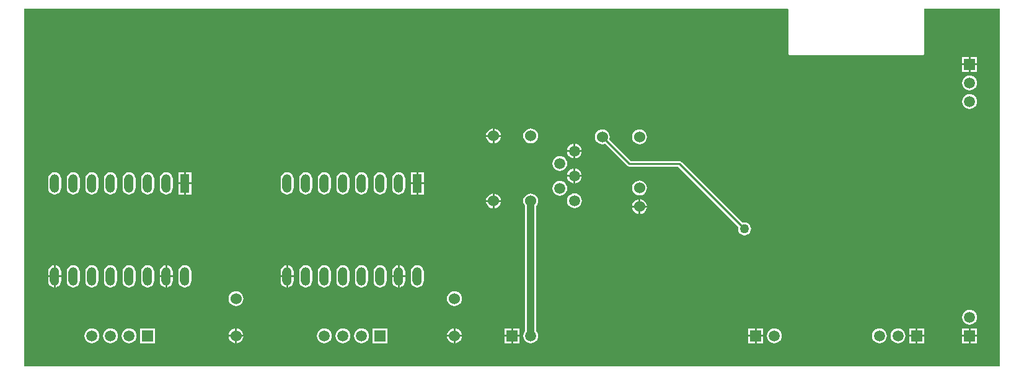
<source format=gbl>
G04 Layer_Physical_Order=2*
G04 Layer_Color=16711680*
%FSLAX25Y25*%
%MOIN*%
G70*
G01*
G75*
%ADD19C,0.01000*%
%ADD20C,0.03937*%
%ADD21R,0.05906X0.05906*%
%ADD22C,0.05906*%
%ADD23O,0.05000X0.10000*%
%ADD24R,0.05000X0.10000*%
%ADD25C,0.06000*%
%ADD26R,0.05906X0.05906*%
%ADD27C,0.05000*%
G36*
X698780Y101220D02*
X174220D01*
Y293280D01*
X584758D01*
X584988Y293000D01*
Y269499D01*
X585066Y269109D01*
X585287Y268778D01*
X585618Y268558D01*
X586008Y268480D01*
X657008D01*
X657398Y268558D01*
X657729Y268778D01*
X657950Y269109D01*
X658028Y269499D01*
Y293000D01*
X658257Y293280D01*
X698780D01*
Y101220D01*
D02*
G37*
%LPC*%
G36*
X220500Y155530D02*
X219586Y155410D01*
X218735Y155057D01*
X218004Y154496D01*
X217443Y153765D01*
X217090Y152914D01*
X216970Y152000D01*
Y147000D01*
X217090Y146086D01*
X217443Y145235D01*
X218004Y144504D01*
X218735Y143943D01*
X219586Y143590D01*
X220500Y143470D01*
X221414Y143590D01*
X222265Y143943D01*
X222996Y144504D01*
X223557Y145235D01*
X223910Y146086D01*
X224030Y147000D01*
Y152000D01*
X223910Y152914D01*
X223557Y153765D01*
X222996Y154496D01*
X222265Y155057D01*
X221414Y155410D01*
X220500Y155530D01*
D02*
G37*
G36*
X210500D02*
X209586Y155410D01*
X208735Y155057D01*
X208004Y154496D01*
X207443Y153765D01*
X207090Y152914D01*
X206970Y152000D01*
Y147000D01*
X207090Y146086D01*
X207443Y145235D01*
X208004Y144504D01*
X208735Y143943D01*
X209586Y143590D01*
X210500Y143470D01*
X211414Y143590D01*
X212265Y143943D01*
X212996Y144504D01*
X213557Y145235D01*
X213910Y146086D01*
X214030Y147000D01*
Y152000D01*
X213910Y152914D01*
X213557Y153765D01*
X212996Y154496D01*
X212265Y155057D01*
X211414Y155410D01*
X210500Y155530D01*
D02*
G37*
G36*
X200500D02*
X199586Y155410D01*
X198735Y155057D01*
X198004Y154496D01*
X197443Y153765D01*
X197090Y152914D01*
X196970Y152000D01*
Y147000D01*
X197090Y146086D01*
X197443Y145235D01*
X198004Y144504D01*
X198735Y143943D01*
X199586Y143590D01*
X200500Y143470D01*
X201414Y143590D01*
X202265Y143943D01*
X202996Y144504D01*
X203557Y145235D01*
X203910Y146086D01*
X204030Y147000D01*
Y152000D01*
X203910Y152914D01*
X203557Y153765D01*
X202996Y154496D01*
X202265Y155057D01*
X201414Y155410D01*
X200500Y155530D01*
D02*
G37*
G36*
X230500D02*
X229586Y155410D01*
X228735Y155057D01*
X228004Y154496D01*
X227443Y153765D01*
X227090Y152914D01*
X226970Y152000D01*
Y147000D01*
X227090Y146086D01*
X227443Y145235D01*
X228004Y144504D01*
X228735Y143943D01*
X229586Y143590D01*
X230500Y143470D01*
X231414Y143590D01*
X232265Y143943D01*
X232996Y144504D01*
X233557Y145235D01*
X233910Y146086D01*
X234030Y147000D01*
Y152000D01*
X233910Y152914D01*
X233557Y153765D01*
X232996Y154496D01*
X232265Y155057D01*
X231414Y155410D01*
X230500Y155530D01*
D02*
G37*
G36*
X325500D02*
X324586Y155410D01*
X323735Y155057D01*
X323004Y154496D01*
X322443Y153765D01*
X322090Y152914D01*
X321970Y152000D01*
Y147000D01*
X322090Y146086D01*
X322443Y145235D01*
X323004Y144504D01*
X323735Y143943D01*
X324586Y143590D01*
X325500Y143470D01*
X326414Y143590D01*
X327265Y143943D01*
X327996Y144504D01*
X328557Y145235D01*
X328910Y146086D01*
X329030Y147000D01*
Y152000D01*
X328910Y152914D01*
X328557Y153765D01*
X327996Y154496D01*
X327265Y155057D01*
X326414Y155410D01*
X325500Y155530D01*
D02*
G37*
G36*
X260500D02*
X259586Y155410D01*
X258735Y155057D01*
X258004Y154496D01*
X257443Y153765D01*
X257090Y152914D01*
X256970Y152000D01*
Y147000D01*
X257090Y146086D01*
X257443Y145235D01*
X258004Y144504D01*
X258735Y143943D01*
X259586Y143590D01*
X260500Y143470D01*
X261414Y143590D01*
X262265Y143943D01*
X262996Y144504D01*
X263557Y145235D01*
X263910Y146086D01*
X264030Y147000D01*
Y152000D01*
X263910Y152914D01*
X263557Y153765D01*
X262996Y154496D01*
X262265Y155057D01*
X261414Y155410D01*
X260500Y155530D01*
D02*
G37*
G36*
X240500D02*
X239586Y155410D01*
X238735Y155057D01*
X238004Y154496D01*
X237443Y153765D01*
X237090Y152914D01*
X236970Y152000D01*
Y147000D01*
X237090Y146086D01*
X237443Y145235D01*
X238004Y144504D01*
X238735Y143943D01*
X239586Y143590D01*
X240500Y143470D01*
X241414Y143590D01*
X242265Y143943D01*
X242996Y144504D01*
X243557Y145235D01*
X243910Y146086D01*
X244030Y147000D01*
Y152000D01*
X243910Y152914D01*
X243557Y153765D01*
X242996Y154496D01*
X242265Y155057D01*
X241414Y155410D01*
X240500Y155530D01*
D02*
G37*
G36*
X405500Y141534D02*
X404456Y141397D01*
X403483Y140994D01*
X402647Y140353D01*
X402006Y139517D01*
X401603Y138544D01*
X401466Y137500D01*
X401603Y136456D01*
X402006Y135483D01*
X402647Y134647D01*
X403483Y134006D01*
X404456Y133603D01*
X405500Y133466D01*
X406544Y133603D01*
X407517Y134006D01*
X408353Y134647D01*
X408994Y135483D01*
X409397Y136456D01*
X409535Y137500D01*
X409397Y138544D01*
X408994Y139517D01*
X408353Y140353D01*
X407517Y140994D01*
X406544Y141397D01*
X405500Y141534D01*
D02*
G37*
G36*
X406000Y121469D02*
Y118000D01*
X409469D01*
X409397Y118544D01*
X408994Y119517D01*
X408353Y120353D01*
X407517Y120994D01*
X406544Y121397D01*
X406000Y121469D01*
D02*
G37*
G36*
X288500D02*
Y118000D01*
X291969D01*
X291897Y118544D01*
X291494Y119517D01*
X290853Y120353D01*
X290017Y120994D01*
X289044Y121397D01*
X288500Y121469D01*
D02*
G37*
G36*
X571453Y121453D02*
X568000D01*
Y118000D01*
X571453D01*
Y121453D01*
D02*
G37*
G36*
X686453D02*
X683000D01*
Y118000D01*
X686453D01*
Y121453D01*
D02*
G37*
G36*
X288000Y141534D02*
X286956Y141397D01*
X285983Y140994D01*
X285147Y140353D01*
X284506Y139517D01*
X284103Y138544D01*
X283965Y137500D01*
X284103Y136456D01*
X284506Y135483D01*
X285147Y134647D01*
X285983Y134006D01*
X286956Y133603D01*
X288000Y133466D01*
X289044Y133603D01*
X290017Y134006D01*
X290853Y134647D01*
X291494Y135483D01*
X291897Y136456D01*
X292035Y137500D01*
X291897Y138544D01*
X291494Y139517D01*
X290853Y140353D01*
X290017Y140994D01*
X289044Y141397D01*
X288000Y141534D01*
D02*
G37*
G36*
X682500Y131487D02*
X681468Y131351D01*
X680507Y130953D01*
X679681Y130319D01*
X679047Y129493D01*
X678649Y128532D01*
X678513Y127500D01*
X678649Y126468D01*
X679047Y125507D01*
X679681Y124681D01*
X680507Y124047D01*
X681468Y123649D01*
X682500Y123513D01*
X683532Y123649D01*
X684493Y124047D01*
X685319Y124681D01*
X685953Y125507D01*
X686351Y126468D01*
X686487Y127500D01*
X686351Y128532D01*
X685953Y129493D01*
X685319Y130319D01*
X684493Y130953D01*
X683532Y131351D01*
X682500Y131487D01*
D02*
G37*
G36*
X657953Y121453D02*
X654500D01*
Y118000D01*
X657953D01*
Y121453D01*
D02*
G37*
G36*
X254030Y149000D02*
X251000D01*
Y143536D01*
X251414Y143590D01*
X252265Y143943D01*
X252996Y144504D01*
X253557Y145235D01*
X253910Y146086D01*
X254030Y147000D01*
Y149000D01*
D02*
G37*
G36*
X194030D02*
X191000D01*
Y143536D01*
X191414Y143590D01*
X192265Y143943D01*
X192996Y144504D01*
X193557Y145235D01*
X193910Y146086D01*
X194030Y147000D01*
Y149000D01*
D02*
G37*
G36*
X375000D02*
X371970D01*
Y147000D01*
X372090Y146086D01*
X372443Y145235D01*
X373004Y144504D01*
X373735Y143943D01*
X374586Y143590D01*
X375000Y143536D01*
Y149000D01*
D02*
G37*
G36*
X319030D02*
X316000D01*
Y143536D01*
X316414Y143590D01*
X317265Y143943D01*
X317996Y144504D01*
X318557Y145235D01*
X318910Y146086D01*
X319030Y147000D01*
Y149000D01*
D02*
G37*
G36*
X250000Y155464D02*
X249586Y155410D01*
X248735Y155057D01*
X248004Y154496D01*
X247443Y153765D01*
X247090Y152914D01*
X246970Y152000D01*
Y150000D01*
X250000D01*
Y155464D01*
D02*
G37*
G36*
X190000D02*
X189586Y155410D01*
X188735Y155057D01*
X188004Y154496D01*
X187443Y153765D01*
X187090Y152914D01*
X186970Y152000D01*
Y150000D01*
X190000D01*
Y155464D01*
D02*
G37*
G36*
X379030Y149000D02*
X376000D01*
Y143536D01*
X376414Y143590D01*
X377265Y143943D01*
X377996Y144504D01*
X378557Y145235D01*
X378910Y146086D01*
X379030Y147000D01*
Y149000D01*
D02*
G37*
G36*
X315000D02*
X311970D01*
Y147000D01*
X312090Y146086D01*
X312443Y145235D01*
X313004Y144504D01*
X313735Y143943D01*
X314586Y143590D01*
X315000Y143536D01*
Y149000D01*
D02*
G37*
G36*
X355500Y155530D02*
X354586Y155410D01*
X353735Y155057D01*
X353004Y154496D01*
X352443Y153765D01*
X352090Y152914D01*
X351970Y152000D01*
Y147000D01*
X352090Y146086D01*
X352443Y145235D01*
X353004Y144504D01*
X353735Y143943D01*
X354586Y143590D01*
X355500Y143470D01*
X356414Y143590D01*
X357265Y143943D01*
X357996Y144504D01*
X358557Y145235D01*
X358910Y146086D01*
X359030Y147000D01*
Y152000D01*
X358910Y152914D01*
X358557Y153765D01*
X357996Y154496D01*
X357265Y155057D01*
X356414Y155410D01*
X355500Y155530D01*
D02*
G37*
G36*
X345500D02*
X344586Y155410D01*
X343735Y155057D01*
X343004Y154496D01*
X342443Y153765D01*
X342090Y152914D01*
X341970Y152000D01*
Y147000D01*
X342090Y146086D01*
X342443Y145235D01*
X343004Y144504D01*
X343735Y143943D01*
X344586Y143590D01*
X345500Y143470D01*
X346414Y143590D01*
X347265Y143943D01*
X347996Y144504D01*
X348557Y145235D01*
X348910Y146086D01*
X349030Y147000D01*
Y152000D01*
X348910Y152914D01*
X348557Y153765D01*
X347996Y154496D01*
X347265Y155057D01*
X346414Y155410D01*
X345500Y155530D01*
D02*
G37*
G36*
X335500D02*
X334586Y155410D01*
X333735Y155057D01*
X333004Y154496D01*
X332443Y153765D01*
X332090Y152914D01*
X331970Y152000D01*
Y147000D01*
X332090Y146086D01*
X332443Y145235D01*
X333004Y144504D01*
X333735Y143943D01*
X334586Y143590D01*
X335500Y143470D01*
X336414Y143590D01*
X337265Y143943D01*
X337996Y144504D01*
X338557Y145235D01*
X338910Y146086D01*
X339030Y147000D01*
Y152000D01*
X338910Y152914D01*
X338557Y153765D01*
X337996Y154496D01*
X337265Y155057D01*
X336414Y155410D01*
X335500Y155530D01*
D02*
G37*
G36*
X365500D02*
X364586Y155410D01*
X363735Y155057D01*
X363004Y154496D01*
X362443Y153765D01*
X362090Y152914D01*
X361970Y152000D01*
Y147000D01*
X362090Y146086D01*
X362443Y145235D01*
X363004Y144504D01*
X363735Y143943D01*
X364586Y143590D01*
X365500Y143470D01*
X366414Y143590D01*
X367265Y143943D01*
X367996Y144504D01*
X368557Y145235D01*
X368910Y146086D01*
X369030Y147000D01*
Y152000D01*
X368910Y152914D01*
X368557Y153765D01*
X367996Y154496D01*
X367265Y155057D01*
X366414Y155410D01*
X365500Y155530D01*
D02*
G37*
G36*
X250000Y149000D02*
X246970D01*
Y147000D01*
X247090Y146086D01*
X247443Y145235D01*
X248004Y144504D01*
X248735Y143943D01*
X249586Y143590D01*
X250000Y143536D01*
Y149000D01*
D02*
G37*
G36*
X190000D02*
X186970D01*
Y147000D01*
X187090Y146086D01*
X187443Y145235D01*
X188004Y144504D01*
X188735Y143943D01*
X189586Y143590D01*
X190000Y143536D01*
Y149000D01*
D02*
G37*
G36*
X385500Y155530D02*
X384586Y155410D01*
X383735Y155057D01*
X383004Y154496D01*
X382443Y153765D01*
X382090Y152914D01*
X381970Y152000D01*
Y147000D01*
X382090Y146086D01*
X382443Y145235D01*
X383004Y144504D01*
X383735Y143943D01*
X384586Y143590D01*
X385500Y143470D01*
X386414Y143590D01*
X387265Y143943D01*
X387996Y144504D01*
X388557Y145235D01*
X388910Y146086D01*
X389030Y147000D01*
Y152000D01*
X388910Y152914D01*
X388557Y153765D01*
X387996Y154496D01*
X387265Y155057D01*
X386414Y155410D01*
X385500Y155530D01*
D02*
G37*
G36*
X567000Y121453D02*
X563547D01*
Y118000D01*
X567000D01*
Y121453D01*
D02*
G37*
G36*
X287500Y117000D02*
X284031D01*
X284103Y116456D01*
X284506Y115483D01*
X285147Y114647D01*
X285983Y114006D01*
X286956Y113603D01*
X287500Y113531D01*
Y117000D01*
D02*
G37*
G36*
X644000Y121487D02*
X642968Y121351D01*
X642007Y120953D01*
X641181Y120319D01*
X640547Y119493D01*
X640149Y118532D01*
X640013Y117500D01*
X640149Y116468D01*
X640547Y115507D01*
X641181Y114681D01*
X642007Y114047D01*
X642968Y113649D01*
X644000Y113513D01*
X645032Y113649D01*
X645993Y114047D01*
X646819Y114681D01*
X647453Y115507D01*
X647851Y116468D01*
X647987Y117500D01*
X647851Y118532D01*
X647453Y119493D01*
X646819Y120319D01*
X645993Y120953D01*
X645032Y121351D01*
X644000Y121487D01*
D02*
G37*
G36*
X634000D02*
X632968Y121351D01*
X632007Y120953D01*
X631181Y120319D01*
X630547Y119493D01*
X630149Y118532D01*
X630013Y117500D01*
X630149Y116468D01*
X630547Y115507D01*
X631181Y114681D01*
X632007Y114047D01*
X632968Y113649D01*
X634000Y113513D01*
X635032Y113649D01*
X635993Y114047D01*
X636819Y114681D01*
X637453Y115507D01*
X637851Y116468D01*
X637987Y117500D01*
X637851Y118532D01*
X637453Y119493D01*
X636819Y120319D01*
X635993Y120953D01*
X635032Y121351D01*
X634000Y121487D01*
D02*
G37*
G36*
X405000Y117000D02*
X401531D01*
X401603Y116456D01*
X402006Y115483D01*
X402647Y114647D01*
X403483Y114006D01*
X404456Y113603D01*
X405000Y113531D01*
Y117000D01*
D02*
G37*
G36*
X244453Y121453D02*
X236547D01*
Y113547D01*
X244453D01*
Y121453D01*
D02*
G37*
G36*
X409469Y117000D02*
X406000D01*
Y113531D01*
X406544Y113603D01*
X407517Y114006D01*
X408353Y114647D01*
X408994Y115483D01*
X409397Y116456D01*
X409469Y117000D01*
D02*
G37*
G36*
X291969D02*
X288500D01*
Y113531D01*
X289044Y113603D01*
X290017Y114006D01*
X290853Y114647D01*
X291494Y115483D01*
X291897Y116456D01*
X291969Y117000D01*
D02*
G37*
G36*
X577500Y121487D02*
X576468Y121351D01*
X575507Y120953D01*
X574681Y120319D01*
X574047Y119493D01*
X573649Y118532D01*
X573513Y117500D01*
X573649Y116468D01*
X574047Y115507D01*
X574681Y114681D01*
X575507Y114047D01*
X576468Y113649D01*
X577500Y113513D01*
X578532Y113649D01*
X579493Y114047D01*
X580319Y114681D01*
X580953Y115507D01*
X581351Y116468D01*
X581487Y117500D01*
X581351Y118532D01*
X580953Y119493D01*
X580319Y120319D01*
X579493Y120953D01*
X578532Y121351D01*
X577500Y121487D01*
D02*
G37*
G36*
X230500D02*
X229468Y121351D01*
X228507Y120953D01*
X227681Y120319D01*
X227047Y119493D01*
X226649Y118532D01*
X226513Y117500D01*
X226649Y116468D01*
X227047Y115507D01*
X227681Y114681D01*
X228507Y114047D01*
X229468Y113649D01*
X230500Y113513D01*
X231532Y113649D01*
X232493Y114047D01*
X233319Y114681D01*
X233953Y115507D01*
X234351Y116468D01*
X234487Y117500D01*
X234351Y118532D01*
X233953Y119493D01*
X233319Y120319D01*
X232493Y120953D01*
X231532Y121351D01*
X230500Y121487D01*
D02*
G37*
G36*
X220500D02*
X219468Y121351D01*
X218507Y120953D01*
X217681Y120319D01*
X217047Y119493D01*
X216649Y118532D01*
X216513Y117500D01*
X216649Y116468D01*
X217047Y115507D01*
X217681Y114681D01*
X218507Y114047D01*
X219468Y113649D01*
X220500Y113513D01*
X221532Y113649D01*
X222493Y114047D01*
X223319Y114681D01*
X223953Y115507D01*
X224351Y116468D01*
X224487Y117500D01*
X224351Y118532D01*
X223953Y119493D01*
X223319Y120319D01*
X222493Y120953D01*
X221532Y121351D01*
X220500Y121487D01*
D02*
G37*
G36*
X210500D02*
X209468Y121351D01*
X208507Y120953D01*
X207681Y120319D01*
X207047Y119493D01*
X206649Y118532D01*
X206513Y117500D01*
X206649Y116468D01*
X207047Y115507D01*
X207681Y114681D01*
X208507Y114047D01*
X209468Y113649D01*
X210500Y113513D01*
X211532Y113649D01*
X212493Y114047D01*
X213319Y114681D01*
X213953Y115507D01*
X214351Y116468D01*
X214487Y117500D01*
X214351Y118532D01*
X213953Y119493D01*
X213319Y120319D01*
X212493Y120953D01*
X211532Y121351D01*
X210500Y121487D01*
D02*
G37*
G36*
X335500D02*
X334468Y121351D01*
X333507Y120953D01*
X332681Y120319D01*
X332047Y119493D01*
X331649Y118532D01*
X331513Y117500D01*
X331649Y116468D01*
X332047Y115507D01*
X332681Y114681D01*
X333507Y114047D01*
X334468Y113649D01*
X335500Y113513D01*
X336532Y113649D01*
X337493Y114047D01*
X338319Y114681D01*
X338953Y115507D01*
X339351Y116468D01*
X339487Y117500D01*
X339351Y118532D01*
X338953Y119493D01*
X338319Y120319D01*
X337493Y120953D01*
X336532Y121351D01*
X335500Y121487D01*
D02*
G37*
G36*
X446500Y194035D02*
X445456Y193897D01*
X444483Y193494D01*
X443647Y192853D01*
X443006Y192017D01*
X442603Y191044D01*
X442465Y190000D01*
X442603Y188956D01*
X443006Y187983D01*
X443506Y187331D01*
Y120091D01*
X443047Y119493D01*
X442649Y118532D01*
X442513Y117500D01*
X442649Y116468D01*
X443047Y115507D01*
X443681Y114681D01*
X444507Y114047D01*
X445468Y113649D01*
X446500Y113513D01*
X447532Y113649D01*
X448493Y114047D01*
X449319Y114681D01*
X449953Y115507D01*
X450351Y116468D01*
X450487Y117500D01*
X450351Y118532D01*
X449953Y119493D01*
X449494Y120091D01*
Y187331D01*
X449994Y187983D01*
X450397Y188956D01*
X450534Y190000D01*
X450397Y191044D01*
X449994Y192017D01*
X449353Y192853D01*
X448517Y193494D01*
X447544Y193897D01*
X446500Y194035D01*
D02*
G37*
G36*
X355500Y121487D02*
X354468Y121351D01*
X353507Y120953D01*
X352681Y120319D01*
X352047Y119493D01*
X351649Y118532D01*
X351513Y117500D01*
X351649Y116468D01*
X352047Y115507D01*
X352681Y114681D01*
X353507Y114047D01*
X354468Y113649D01*
X355500Y113513D01*
X356532Y113649D01*
X357493Y114047D01*
X358319Y114681D01*
X358953Y115507D01*
X359351Y116468D01*
X359487Y117500D01*
X359351Y118532D01*
X358953Y119493D01*
X358319Y120319D01*
X357493Y120953D01*
X356532Y121351D01*
X355500Y121487D01*
D02*
G37*
G36*
X345500D02*
X344468Y121351D01*
X343507Y120953D01*
X342681Y120319D01*
X342047Y119493D01*
X341649Y118532D01*
X341513Y117500D01*
X341649Y116468D01*
X342047Y115507D01*
X342681Y114681D01*
X343507Y114047D01*
X344468Y113649D01*
X345500Y113513D01*
X346532Y113649D01*
X347493Y114047D01*
X348319Y114681D01*
X348953Y115507D01*
X349351Y116468D01*
X349487Y117500D01*
X349351Y118532D01*
X348953Y119493D01*
X348319Y120319D01*
X347493Y120953D01*
X346532Y121351D01*
X345500Y121487D01*
D02*
G37*
G36*
X287500Y121469D02*
X286956Y121397D01*
X285983Y120994D01*
X285147Y120353D01*
X284506Y119517D01*
X284103Y118544D01*
X284031Y118000D01*
X287500D01*
Y121469D01*
D02*
G37*
G36*
X653500Y121453D02*
X650047D01*
Y118000D01*
X653500D01*
Y121453D01*
D02*
G37*
G36*
X686453Y117000D02*
X683000D01*
Y113547D01*
X686453D01*
Y117000D01*
D02*
G37*
G36*
X405000Y121469D02*
X404456Y121397D01*
X403483Y120994D01*
X402647Y120353D01*
X402006Y119517D01*
X401603Y118544D01*
X401531Y118000D01*
X405000D01*
Y121469D01*
D02*
G37*
G36*
X440453Y121453D02*
X437000D01*
Y118000D01*
X440453D01*
Y121453D01*
D02*
G37*
G36*
X436000D02*
X432547D01*
Y118000D01*
X436000D01*
Y121453D01*
D02*
G37*
G36*
X682000D02*
X678547D01*
Y118000D01*
X682000D01*
Y121453D01*
D02*
G37*
G36*
Y117000D02*
X678547D01*
Y113547D01*
X682000D01*
Y117000D01*
D02*
G37*
G36*
X440453D02*
X437000D01*
Y113547D01*
X440453D01*
Y117000D01*
D02*
G37*
G36*
X436000D02*
X432547D01*
Y113547D01*
X436000D01*
Y117000D01*
D02*
G37*
G36*
X369453Y121453D02*
X361547D01*
Y113547D01*
X369453D01*
Y121453D01*
D02*
G37*
G36*
X567000Y117000D02*
X563547D01*
Y113547D01*
X567000D01*
Y117000D01*
D02*
G37*
G36*
X657953D02*
X654500D01*
Y113547D01*
X657953D01*
Y117000D01*
D02*
G37*
G36*
X653500D02*
X650047D01*
Y113547D01*
X653500D01*
Y117000D01*
D02*
G37*
G36*
X571453D02*
X568000D01*
Y113547D01*
X571453D01*
Y117000D01*
D02*
G37*
G36*
X389000Y205500D02*
X386000D01*
Y200000D01*
X389000D01*
Y205500D01*
D02*
G37*
G36*
X264000D02*
X261000D01*
Y200000D01*
X264000D01*
Y205500D01*
D02*
G37*
G36*
X385000D02*
X382000D01*
Y200000D01*
X385000D01*
Y205500D01*
D02*
G37*
G36*
X469500Y207421D02*
X468968Y207351D01*
X468007Y206953D01*
X467181Y206319D01*
X466547Y205493D01*
X466149Y204532D01*
X466079Y204000D01*
X469500D01*
Y207421D01*
D02*
G37*
G36*
Y216386D02*
X466079D01*
X466149Y215854D01*
X466547Y214892D01*
X467181Y214067D01*
X468007Y213433D01*
X468968Y213035D01*
X469500Y212965D01*
Y216386D01*
D02*
G37*
G36*
X462126Y214180D02*
X461094Y214044D01*
X460133Y213646D01*
X459307Y213012D01*
X458673Y212186D01*
X458275Y211225D01*
X458139Y210193D01*
X458275Y209161D01*
X458673Y208200D01*
X459307Y207374D01*
X460133Y206740D01*
X461094Y206342D01*
X462126Y206206D01*
X463158Y206342D01*
X464119Y206740D01*
X464945Y207374D01*
X465579Y208200D01*
X465977Y209161D01*
X466113Y210193D01*
X465977Y211225D01*
X465579Y212186D01*
X464945Y213012D01*
X464119Y213646D01*
X463158Y214044D01*
X462126Y214180D01*
D02*
G37*
G36*
X470500Y207421D02*
Y204000D01*
X473921D01*
X473851Y204532D01*
X473453Y205493D01*
X472819Y206319D01*
X471993Y206953D01*
X471032Y207351D01*
X470500Y207421D01*
D02*
G37*
G36*
X260000Y205500D02*
X257000D01*
Y200000D01*
X260000D01*
Y205500D01*
D02*
G37*
G36*
X264000Y199000D02*
X261000D01*
Y193500D01*
X264000D01*
Y199000D01*
D02*
G37*
G36*
X260000D02*
X257000D01*
Y193500D01*
X260000D01*
Y199000D01*
D02*
G37*
G36*
X375500Y205530D02*
X374586Y205410D01*
X373735Y205057D01*
X373004Y204496D01*
X372443Y203765D01*
X372090Y202914D01*
X371970Y202000D01*
Y197000D01*
X372090Y196086D01*
X372443Y195235D01*
X373004Y194504D01*
X373735Y193943D01*
X374586Y193590D01*
X375500Y193470D01*
X376414Y193590D01*
X377265Y193943D01*
X377996Y194504D01*
X378557Y195235D01*
X378910Y196086D01*
X379030Y197000D01*
Y202000D01*
X378910Y202914D01*
X378557Y203765D01*
X377996Y204496D01*
X377265Y205057D01*
X376414Y205410D01*
X375500Y205530D01*
D02*
G37*
G36*
X385000Y199000D02*
X382000D01*
Y193500D01*
X385000D01*
Y199000D01*
D02*
G37*
G36*
X473921Y203000D02*
X470500D01*
Y199579D01*
X471032Y199649D01*
X471993Y200047D01*
X472819Y200681D01*
X473453Y201507D01*
X473851Y202468D01*
X473921Y203000D01*
D02*
G37*
G36*
X469500D02*
X466079D01*
X466149Y202468D01*
X466547Y201507D01*
X467181Y200681D01*
X468007Y200047D01*
X468968Y199649D01*
X469500Y199579D01*
Y203000D01*
D02*
G37*
G36*
X389000Y199000D02*
X386000D01*
Y193500D01*
X389000D01*
Y199000D01*
D02*
G37*
G36*
X682500Y257487D02*
X681468Y257351D01*
X680507Y256953D01*
X679681Y256319D01*
X679047Y255493D01*
X678649Y254532D01*
X678513Y253500D01*
X678649Y252468D01*
X679047Y251507D01*
X679681Y250681D01*
X680507Y250047D01*
X681468Y249649D01*
X682500Y249513D01*
X683532Y249649D01*
X684493Y250047D01*
X685319Y250681D01*
X685953Y251507D01*
X686351Y252468D01*
X686487Y253500D01*
X686351Y254532D01*
X685953Y255493D01*
X685319Y256319D01*
X684493Y256953D01*
X683532Y257351D01*
X682500Y257487D01*
D02*
G37*
G36*
Y247487D02*
X681468Y247351D01*
X680507Y246953D01*
X679681Y246319D01*
X679047Y245493D01*
X678649Y244532D01*
X678513Y243500D01*
X678649Y242468D01*
X679047Y241507D01*
X679681Y240681D01*
X680507Y240047D01*
X681468Y239649D01*
X682500Y239513D01*
X683532Y239649D01*
X684493Y240047D01*
X685319Y240681D01*
X685953Y241507D01*
X686351Y242468D01*
X686487Y243500D01*
X686351Y244532D01*
X685953Y245493D01*
X685319Y246319D01*
X684493Y246953D01*
X683532Y247351D01*
X682500Y247487D01*
D02*
G37*
G36*
X427000Y228969D02*
Y225500D01*
X430469D01*
X430397Y226044D01*
X429994Y227017D01*
X429353Y227853D01*
X428517Y228494D01*
X427544Y228897D01*
X427000Y228969D01*
D02*
G37*
G36*
X682000Y263000D02*
X678547D01*
Y259547D01*
X682000D01*
Y263000D01*
D02*
G37*
G36*
X686453Y267453D02*
X683000D01*
Y264000D01*
X686453D01*
Y267453D01*
D02*
G37*
G36*
X682000D02*
X678547D01*
Y264000D01*
X682000D01*
Y267453D01*
D02*
G37*
G36*
X686453Y263000D02*
X683000D01*
Y259547D01*
X686453D01*
Y263000D01*
D02*
G37*
G36*
X426000Y228969D02*
X425456Y228897D01*
X424483Y228494D01*
X423647Y227853D01*
X423006Y227017D01*
X422603Y226044D01*
X422531Y225500D01*
X426000D01*
Y228969D01*
D02*
G37*
G36*
X470500Y220807D02*
Y217386D01*
X473921D01*
X473851Y217918D01*
X473453Y218879D01*
X472819Y219705D01*
X471993Y220339D01*
X471032Y220737D01*
X470500Y220807D01*
D02*
G37*
G36*
X469500D02*
X468968Y220737D01*
X468007Y220339D01*
X467181Y219705D01*
X466547Y218879D01*
X466149Y217918D01*
X466079Y217386D01*
X469500D01*
Y220807D01*
D02*
G37*
G36*
X473921Y216386D02*
X470500D01*
Y212965D01*
X471032Y213035D01*
X471993Y213433D01*
X472819Y214067D01*
X473453Y214892D01*
X473851Y215854D01*
X473921Y216386D01*
D02*
G37*
G36*
X505000Y228535D02*
X503956Y228397D01*
X502983Y227994D01*
X502147Y227353D01*
X501506Y226517D01*
X501103Y225544D01*
X500965Y224500D01*
X501103Y223456D01*
X501506Y222483D01*
X502147Y221647D01*
X502983Y221006D01*
X503956Y220603D01*
X505000Y220465D01*
X506044Y220603D01*
X507017Y221006D01*
X507853Y221647D01*
X508494Y222483D01*
X508897Y223456D01*
X509034Y224500D01*
X508897Y225544D01*
X508494Y226517D01*
X507853Y227353D01*
X507017Y227994D01*
X506044Y228397D01*
X505000Y228535D01*
D02*
G37*
G36*
X430469Y224500D02*
X427000D01*
Y221031D01*
X427544Y221103D01*
X428517Y221506D01*
X429353Y222147D01*
X429994Y222983D01*
X430397Y223956D01*
X430469Y224500D01*
D02*
G37*
G36*
X426000D02*
X422531D01*
X422603Y223956D01*
X423006Y222983D01*
X423647Y222147D01*
X424483Y221506D01*
X425456Y221103D01*
X426000Y221031D01*
Y224500D01*
D02*
G37*
G36*
X446500Y229034D02*
X445456Y228897D01*
X444483Y228494D01*
X443647Y227853D01*
X443006Y227017D01*
X442603Y226044D01*
X442465Y225000D01*
X442603Y223956D01*
X443006Y222983D01*
X443647Y222147D01*
X444483Y221506D01*
X445456Y221103D01*
X446500Y220966D01*
X447544Y221103D01*
X448517Y221506D01*
X449353Y222147D01*
X449994Y222983D01*
X450397Y223956D01*
X450534Y225000D01*
X450397Y226044D01*
X449994Y227017D01*
X449353Y227853D01*
X448517Y228494D01*
X447544Y228897D01*
X446500Y229034D01*
D02*
G37*
G36*
X365500Y205530D02*
X364586Y205410D01*
X363735Y205057D01*
X363004Y204496D01*
X362443Y203765D01*
X362090Y202914D01*
X361970Y202000D01*
Y197000D01*
X362090Y196086D01*
X362443Y195235D01*
X363004Y194504D01*
X363735Y193943D01*
X364586Y193590D01*
X365500Y193470D01*
X366414Y193590D01*
X367265Y193943D01*
X367996Y194504D01*
X368557Y195235D01*
X368910Y196086D01*
X369030Y197000D01*
Y202000D01*
X368910Y202914D01*
X368557Y203765D01*
X367996Y204496D01*
X367265Y205057D01*
X366414Y205410D01*
X365500Y205530D01*
D02*
G37*
G36*
X430469Y189500D02*
X427000D01*
Y186031D01*
X427544Y186103D01*
X428517Y186506D01*
X429353Y187147D01*
X429994Y187983D01*
X430397Y188956D01*
X430469Y189500D01*
D02*
G37*
G36*
X426000D02*
X422531D01*
X422603Y188956D01*
X423006Y187983D01*
X423647Y187147D01*
X424483Y186506D01*
X425456Y186103D01*
X426000Y186031D01*
Y189500D01*
D02*
G37*
G36*
X508969Y186500D02*
X505500D01*
Y183031D01*
X506044Y183103D01*
X507017Y183506D01*
X507853Y184147D01*
X508494Y184983D01*
X508897Y185956D01*
X508969Y186500D01*
D02*
G37*
G36*
X470000Y194101D02*
X468968Y193965D01*
X468007Y193567D01*
X467181Y192933D01*
X466547Y192108D01*
X466149Y191146D01*
X466013Y190114D01*
X466149Y189082D01*
X466547Y188121D01*
X467181Y187295D01*
X468007Y186661D01*
X468968Y186263D01*
X470000Y186127D01*
X471032Y186263D01*
X471993Y186661D01*
X472819Y187295D01*
X473453Y188121D01*
X473851Y189082D01*
X473987Y190114D01*
X473851Y191146D01*
X473453Y192108D01*
X472819Y192933D01*
X471993Y193567D01*
X471032Y193965D01*
X470000Y194101D01*
D02*
G37*
G36*
X426000Y193969D02*
X425456Y193897D01*
X424483Y193494D01*
X423647Y192853D01*
X423006Y192017D01*
X422603Y191044D01*
X422531Y190500D01*
X426000D01*
Y193969D01*
D02*
G37*
G36*
X505500Y190969D02*
Y187500D01*
X508969D01*
X508897Y188044D01*
X508494Y189017D01*
X507853Y189853D01*
X507017Y190494D01*
X506044Y190897D01*
X505500Y190969D01*
D02*
G37*
G36*
X504500D02*
X503956Y190897D01*
X502983Y190494D01*
X502147Y189853D01*
X501506Y189017D01*
X501103Y188044D01*
X501031Y187500D01*
X504500D01*
Y190969D01*
D02*
G37*
G36*
Y186500D02*
X501031D01*
X501103Y185956D01*
X501506Y184983D01*
X502147Y184147D01*
X502983Y183506D01*
X503956Y183103D01*
X504500Y183031D01*
Y186500D01*
D02*
G37*
G36*
X191000Y155464D02*
Y150000D01*
X194030D01*
Y152000D01*
X193910Y152914D01*
X193557Y153765D01*
X192996Y154496D01*
X192265Y155057D01*
X191414Y155410D01*
X191000Y155464D01*
D02*
G37*
G36*
X375000D02*
X374586Y155410D01*
X373735Y155057D01*
X373004Y154496D01*
X372443Y153765D01*
X372090Y152914D01*
X371970Y152000D01*
Y150000D01*
X375000D01*
Y155464D01*
D02*
G37*
G36*
X315000D02*
X314586Y155410D01*
X313735Y155057D01*
X313004Y154496D01*
X312443Y153765D01*
X312090Y152914D01*
X311970Y152000D01*
Y150000D01*
X315000D01*
Y155464D01*
D02*
G37*
G36*
X251000D02*
Y150000D01*
X254030D01*
Y152000D01*
X253910Y152914D01*
X253557Y153765D01*
X252996Y154496D01*
X252265Y155057D01*
X251414Y155410D01*
X251000Y155464D01*
D02*
G37*
G36*
X485000Y228535D02*
X483956Y228397D01*
X482983Y227994D01*
X482147Y227353D01*
X481506Y226517D01*
X481103Y225544D01*
X480966Y224500D01*
X481103Y223456D01*
X481506Y222483D01*
X482147Y221647D01*
X482983Y221006D01*
X483956Y220603D01*
X485000Y220465D01*
X486044Y220603D01*
X486532Y220805D01*
X498419Y208919D01*
X498915Y208587D01*
X499500Y208471D01*
X525867D01*
X558188Y176149D01*
X558090Y175914D01*
X557970Y175000D01*
X558090Y174086D01*
X558443Y173235D01*
X559004Y172504D01*
X559735Y171943D01*
X560586Y171590D01*
X561500Y171470D01*
X562414Y171590D01*
X563265Y171943D01*
X563996Y172504D01*
X564557Y173235D01*
X564910Y174086D01*
X565030Y175000D01*
X564910Y175914D01*
X564557Y176765D01*
X563996Y177496D01*
X563265Y178057D01*
X562414Y178410D01*
X561500Y178530D01*
X560586Y178410D01*
X560351Y178312D01*
X527581Y211081D01*
X527085Y211413D01*
X526500Y211529D01*
X500134D01*
X488695Y222968D01*
X488897Y223456D01*
X489035Y224500D01*
X488897Y225544D01*
X488494Y226517D01*
X487853Y227353D01*
X487017Y227994D01*
X486044Y228397D01*
X485000Y228535D01*
D02*
G37*
G36*
X376000Y155464D02*
Y150000D01*
X379030D01*
Y152000D01*
X378910Y152914D01*
X378557Y153765D01*
X377996Y154496D01*
X377265Y155057D01*
X376414Y155410D01*
X376000Y155464D01*
D02*
G37*
G36*
X316000D02*
Y150000D01*
X319030D01*
Y152000D01*
X318910Y152914D01*
X318557Y153765D01*
X317996Y154496D01*
X317265Y155057D01*
X316414Y155410D01*
X316000Y155464D01*
D02*
G37*
G36*
X315500Y205530D02*
X314586Y205410D01*
X313735Y205057D01*
X313004Y204496D01*
X312443Y203765D01*
X312090Y202914D01*
X311970Y202000D01*
Y197000D01*
X312090Y196086D01*
X312443Y195235D01*
X313004Y194504D01*
X313735Y193943D01*
X314586Y193590D01*
X315500Y193470D01*
X316414Y193590D01*
X317265Y193943D01*
X317996Y194504D01*
X318557Y195235D01*
X318910Y196086D01*
X319030Y197000D01*
Y202000D01*
X318910Y202914D01*
X318557Y203765D01*
X317996Y204496D01*
X317265Y205057D01*
X316414Y205410D01*
X315500Y205530D01*
D02*
G37*
G36*
X250500D02*
X249586Y205410D01*
X248735Y205057D01*
X248004Y204496D01*
X247443Y203765D01*
X247090Y202914D01*
X246970Y202000D01*
Y197000D01*
X247090Y196086D01*
X247443Y195235D01*
X248004Y194504D01*
X248735Y193943D01*
X249586Y193590D01*
X250500Y193470D01*
X251414Y193590D01*
X252265Y193943D01*
X252996Y194504D01*
X253557Y195235D01*
X253910Y196086D01*
X254030Y197000D01*
Y202000D01*
X253910Y202914D01*
X253557Y203765D01*
X252996Y204496D01*
X252265Y205057D01*
X251414Y205410D01*
X250500Y205530D01*
D02*
G37*
G36*
X240500D02*
X239586Y205410D01*
X238735Y205057D01*
X238004Y204496D01*
X237443Y203765D01*
X237090Y202914D01*
X236970Y202000D01*
Y197000D01*
X237090Y196086D01*
X237443Y195235D01*
X238004Y194504D01*
X238735Y193943D01*
X239586Y193590D01*
X240500Y193470D01*
X241414Y193590D01*
X242265Y193943D01*
X242996Y194504D01*
X243557Y195235D01*
X243910Y196086D01*
X244030Y197000D01*
Y202000D01*
X243910Y202914D01*
X243557Y203765D01*
X242996Y204496D01*
X242265Y205057D01*
X241414Y205410D01*
X240500Y205530D01*
D02*
G37*
G36*
X325500D02*
X324586Y205410D01*
X323735Y205057D01*
X323004Y204496D01*
X322443Y203765D01*
X322090Y202914D01*
X321970Y202000D01*
Y197000D01*
X322090Y196086D01*
X322443Y195235D01*
X323004Y194504D01*
X323735Y193943D01*
X324586Y193590D01*
X325500Y193470D01*
X326414Y193590D01*
X327265Y193943D01*
X327996Y194504D01*
X328557Y195235D01*
X328910Y196086D01*
X329030Y197000D01*
Y202000D01*
X328910Y202914D01*
X328557Y203765D01*
X327996Y204496D01*
X327265Y205057D01*
X326414Y205410D01*
X325500Y205530D01*
D02*
G37*
G36*
X355500D02*
X354586Y205410D01*
X353735Y205057D01*
X353004Y204496D01*
X352443Y203765D01*
X352090Y202914D01*
X351970Y202000D01*
Y197000D01*
X352090Y196086D01*
X352443Y195235D01*
X353004Y194504D01*
X353735Y193943D01*
X354586Y193590D01*
X355500Y193470D01*
X356414Y193590D01*
X357265Y193943D01*
X357996Y194504D01*
X358557Y195235D01*
X358910Y196086D01*
X359030Y197000D01*
Y202000D01*
X358910Y202914D01*
X358557Y203765D01*
X357996Y204496D01*
X357265Y205057D01*
X356414Y205410D01*
X355500Y205530D01*
D02*
G37*
G36*
X345500D02*
X344586Y205410D01*
X343735Y205057D01*
X343004Y204496D01*
X342443Y203765D01*
X342090Y202914D01*
X341970Y202000D01*
Y197000D01*
X342090Y196086D01*
X342443Y195235D01*
X343004Y194504D01*
X343735Y193943D01*
X344586Y193590D01*
X345500Y193470D01*
X346414Y193590D01*
X347265Y193943D01*
X347996Y194504D01*
X348557Y195235D01*
X348910Y196086D01*
X349030Y197000D01*
Y202000D01*
X348910Y202914D01*
X348557Y203765D01*
X347996Y204496D01*
X347265Y205057D01*
X346414Y205410D01*
X345500Y205530D01*
D02*
G37*
G36*
X335500D02*
X334586Y205410D01*
X333735Y205057D01*
X333004Y204496D01*
X332443Y203765D01*
X332090Y202914D01*
X331970Y202000D01*
Y197000D01*
X332090Y196086D01*
X332443Y195235D01*
X333004Y194504D01*
X333735Y193943D01*
X334586Y193590D01*
X335500Y193470D01*
X336414Y193590D01*
X337265Y193943D01*
X337996Y194504D01*
X338557Y195235D01*
X338910Y196086D01*
X339030Y197000D01*
Y202000D01*
X338910Y202914D01*
X338557Y203765D01*
X337996Y204496D01*
X337265Y205057D01*
X336414Y205410D01*
X335500Y205530D01*
D02*
G37*
G36*
X230500D02*
X229586Y205410D01*
X228735Y205057D01*
X228004Y204496D01*
X227443Y203765D01*
X227090Y202914D01*
X226970Y202000D01*
Y197000D01*
X227090Y196086D01*
X227443Y195235D01*
X228004Y194504D01*
X228735Y193943D01*
X229586Y193590D01*
X230500Y193470D01*
X231414Y193590D01*
X232265Y193943D01*
X232996Y194504D01*
X233557Y195235D01*
X233910Y196086D01*
X234030Y197000D01*
Y202000D01*
X233910Y202914D01*
X233557Y203765D01*
X232996Y204496D01*
X232265Y205057D01*
X231414Y205410D01*
X230500Y205530D01*
D02*
G37*
G36*
X505000Y201034D02*
X503956Y200897D01*
X502983Y200494D01*
X502147Y199853D01*
X501506Y199017D01*
X501103Y198044D01*
X500965Y197000D01*
X501103Y195956D01*
X501506Y194983D01*
X502147Y194147D01*
X502983Y193506D01*
X503956Y193103D01*
X505000Y192965D01*
X506044Y193103D01*
X507017Y193506D01*
X507853Y194147D01*
X508494Y194983D01*
X508897Y195956D01*
X509034Y197000D01*
X508897Y198044D01*
X508494Y199017D01*
X507853Y199853D01*
X507017Y200494D01*
X506044Y200897D01*
X505000Y201034D01*
D02*
G37*
G36*
X462126Y200794D02*
X461094Y200658D01*
X460133Y200260D01*
X459307Y199626D01*
X458673Y198801D01*
X458275Y197839D01*
X458139Y196807D01*
X458275Y195775D01*
X458673Y194814D01*
X459307Y193988D01*
X460133Y193354D01*
X461094Y192956D01*
X462126Y192820D01*
X463158Y192956D01*
X464119Y193354D01*
X464945Y193988D01*
X465579Y194814D01*
X465977Y195775D01*
X466113Y196807D01*
X465977Y197839D01*
X465579Y198801D01*
X464945Y199626D01*
X464119Y200260D01*
X463158Y200658D01*
X462126Y200794D01*
D02*
G37*
G36*
X427000Y193969D02*
Y190500D01*
X430469D01*
X430397Y191044D01*
X429994Y192017D01*
X429353Y192853D01*
X428517Y193494D01*
X427544Y193897D01*
X427000Y193969D01*
D02*
G37*
G36*
X190500Y205530D02*
X189586Y205410D01*
X188735Y205057D01*
X188004Y204496D01*
X187443Y203765D01*
X187090Y202914D01*
X186970Y202000D01*
Y197000D01*
X187090Y196086D01*
X187443Y195235D01*
X188004Y194504D01*
X188735Y193943D01*
X189586Y193590D01*
X190500Y193470D01*
X191414Y193590D01*
X192265Y193943D01*
X192996Y194504D01*
X193557Y195235D01*
X193910Y196086D01*
X194030Y197000D01*
Y202000D01*
X193910Y202914D01*
X193557Y203765D01*
X192996Y204496D01*
X192265Y205057D01*
X191414Y205410D01*
X190500Y205530D01*
D02*
G37*
G36*
X220500D02*
X219586Y205410D01*
X218735Y205057D01*
X218004Y204496D01*
X217443Y203765D01*
X217090Y202914D01*
X216970Y202000D01*
Y197000D01*
X217090Y196086D01*
X217443Y195235D01*
X218004Y194504D01*
X218735Y193943D01*
X219586Y193590D01*
X220500Y193470D01*
X221414Y193590D01*
X222265Y193943D01*
X222996Y194504D01*
X223557Y195235D01*
X223910Y196086D01*
X224030Y197000D01*
Y202000D01*
X223910Y202914D01*
X223557Y203765D01*
X222996Y204496D01*
X222265Y205057D01*
X221414Y205410D01*
X220500Y205530D01*
D02*
G37*
G36*
X210500D02*
X209586Y205410D01*
X208735Y205057D01*
X208004Y204496D01*
X207443Y203765D01*
X207090Y202914D01*
X206970Y202000D01*
Y197000D01*
X207090Y196086D01*
X207443Y195235D01*
X208004Y194504D01*
X208735Y193943D01*
X209586Y193590D01*
X210500Y193470D01*
X211414Y193590D01*
X212265Y193943D01*
X212996Y194504D01*
X213557Y195235D01*
X213910Y196086D01*
X214030Y197000D01*
Y202000D01*
X213910Y202914D01*
X213557Y203765D01*
X212996Y204496D01*
X212265Y205057D01*
X211414Y205410D01*
X210500Y205530D01*
D02*
G37*
G36*
X200500D02*
X199586Y205410D01*
X198735Y205057D01*
X198004Y204496D01*
X197443Y203765D01*
X197090Y202914D01*
X196970Y202000D01*
Y197000D01*
X197090Y196086D01*
X197443Y195235D01*
X198004Y194504D01*
X198735Y193943D01*
X199586Y193590D01*
X200500Y193470D01*
X201414Y193590D01*
X202265Y193943D01*
X202996Y194504D01*
X203557Y195235D01*
X203910Y196086D01*
X204030Y197000D01*
Y202000D01*
X203910Y202914D01*
X203557Y203765D01*
X202996Y204496D01*
X202265Y205057D01*
X201414Y205410D01*
X200500Y205530D01*
D02*
G37*
%LPD*%
D19*
X526500Y210000D02*
X561500Y175000D01*
X499500Y210000D02*
X526500D01*
X485000Y224500D02*
X499500Y210000D01*
D20*
X446500Y117500D02*
Y190000D01*
D21*
X654000Y117500D02*
D03*
X567500D02*
D03*
X365500D02*
D03*
X240500D02*
D03*
X436500D02*
D03*
D22*
X644000D02*
D03*
X634000D02*
D03*
X577500D02*
D03*
X355500D02*
D03*
X345500D02*
D03*
X335500D02*
D03*
X230500D02*
D03*
X220500D02*
D03*
X210500D02*
D03*
X446500D02*
D03*
X682500Y127500D02*
D03*
Y243500D02*
D03*
Y253500D02*
D03*
X470000Y216886D02*
D03*
X462126Y210193D02*
D03*
X470000Y203500D02*
D03*
X462126Y196807D02*
D03*
X470000Y190114D02*
D03*
D23*
X315500Y149500D02*
D03*
X325500D02*
D03*
X335500D02*
D03*
X345500D02*
D03*
X355500D02*
D03*
X365500D02*
D03*
X375500D02*
D03*
X385500D02*
D03*
X315500Y199500D02*
D03*
X325500D02*
D03*
X335500D02*
D03*
X345500D02*
D03*
X355500D02*
D03*
X365500D02*
D03*
X375500D02*
D03*
X190500Y149500D02*
D03*
X200500D02*
D03*
X210500D02*
D03*
X220500D02*
D03*
X230500D02*
D03*
X240500D02*
D03*
X250500D02*
D03*
X260500D02*
D03*
X190500Y199500D02*
D03*
X200500D02*
D03*
X210500D02*
D03*
X220500D02*
D03*
X230500D02*
D03*
X240500D02*
D03*
X250500D02*
D03*
D24*
X385500D02*
D03*
X260500D02*
D03*
D25*
X288000Y137500D02*
D03*
Y117500D02*
D03*
X405500Y137500D02*
D03*
Y117500D02*
D03*
X446500Y225000D02*
D03*
X426500D02*
D03*
X505000Y224500D02*
D03*
X485000D02*
D03*
X505000Y187000D02*
D03*
Y197000D02*
D03*
X446500Y190000D02*
D03*
X426500D02*
D03*
D26*
X682500Y117500D02*
D03*
Y263500D02*
D03*
D27*
X561500Y175000D02*
D03*
M02*

</source>
